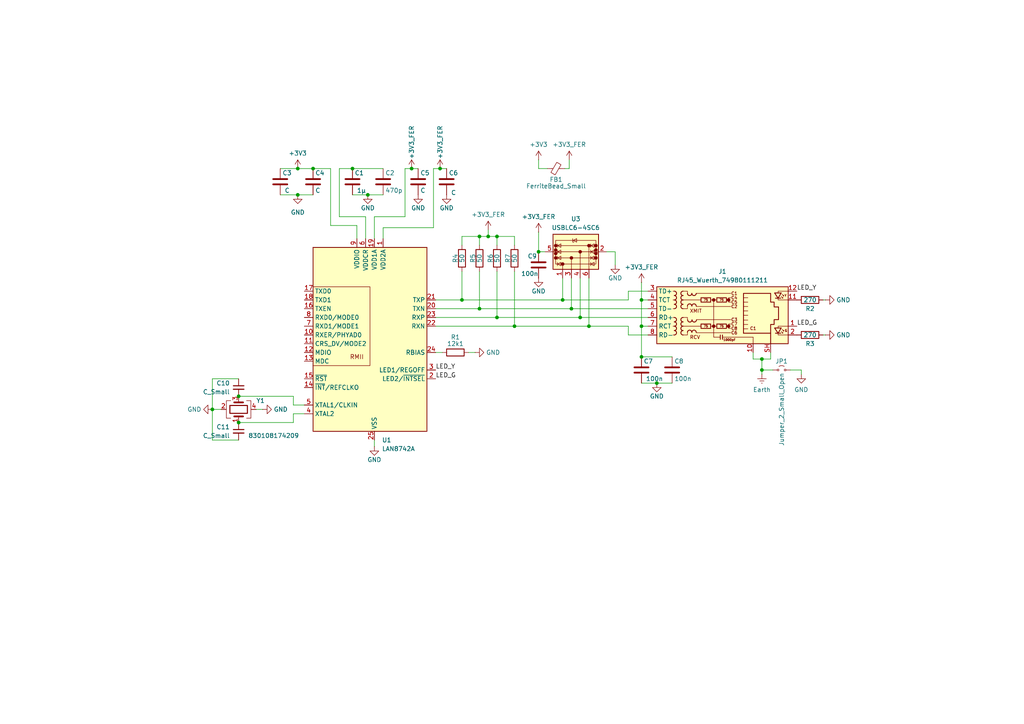
<source format=kicad_sch>
(kicad_sch (version 20231120) (generator "eeschema") (generator_version "8.0")
  (paper "A4")
  (lib_symbols
    (symbol "Connector:RJ45_Wuerth_74980111211"
      (property "Reference" "J" (at 19.05 10.16 0))
      (property "Value" "RJ45_Wuerth_74980111211" (at -6.35 10.16 0))
      (symbol "RJ45_Wuerth_74980111211_0_0"
        (circle (center -1.27 -2.54) (radius 0.0001) (stroke (width 0.508)))
        (circle (center -1.27 5.08) (radius 0.0001) (stroke (width 0.508)))
        (polyline (pts (xy -1.27 5.08) (xy -1.27 -5.715)))
        (polyline (pts (xy 0.635 -5.08) (xy 0.635 -6.35)) (stroke (width 0.254)))
        (polyline (pts (xy 1.27 -5.08) (xy 1.27 -6.35)) (stroke (width 0.254)))
        (polyline (pts (xy 3.048 -2.54) (xy 2.54 -2.54)))
        (polyline (pts (xy 3.048 5.08) (xy 2.54 5.08)))
        (polyline (pts (xy 17.399 -3.048) (xy 17.399 -2.54) (xy 20.32 -2.54)))
        (polyline (pts (xy 17.399 7.112) (xy 17.399 7.62) (xy 20.32 7.62)))
        (polyline (pts (xy 20.32 -5.08) (xy 17.399 -5.08) (xy 17.399 -4.572)))
        (polyline (pts (xy 20.32 5.08) (xy 17.399 5.08) (xy 17.399 5.588)))
        (polyline (pts (xy 3.683 -1.905) (xy 3.048 -1.905) (xy 3.048 -3.175) (xy 3.683 -3.175)))
        (polyline (pts (xy 3.683 5.715) (xy 3.048 5.715) (xy 3.048 4.445) (xy 3.683 4.445)))
        (circle (center 3.048 -2.54) (radius 0.0001) (stroke (width 0.508)))
        (circle (center 3.048 5.08) (radius 0.0001) (stroke (width 0.508)))
        (text "C1" (at 4.699 6.985 0) (effects (font (size 0.889 0.889))))
        (text "C1" (at 10.16 -3.175 0) (effects (font (size 0.889 0.889))))
        (text "C2" (at 4.699 3.175 0) (effects (font (size 0.889 0.889))))
        (text "C3" (at 4.699 -0.635 0) (effects (font (size 0.889 0.889))))
        (text "C4" (at 4.699 5.715 0) (effects (font (size 0.889 0.889))))
        (text "C5" (at 4.699 4.445 0) (effects (font (size 0.889 0.889))))
        (text "C6" (at 4.699 -4.445 0) (effects (font (size 0.889 0.889))))
        (text "C7" (at 4.699 -1.905 0) (effects (font (size 0.889 0.889))))
        (text "C8" (at 4.699 -3.175 0) (effects (font (size 0.889 0.889))))
        (text "RCV" (at -8.255 -5.715 0) (effects (font (size 1.016 1.016)) (justify left)))
        (text "XMIT" (at -8.255 1.905 0) (effects (font (size 1.016 1.016)) (justify left)))
      )
      (symbol "RJ45_Wuerth_74980111211_0_1"
        (rectangle (start -17.78 8.89) (end 20.32 -7.62) (stroke (width 0.254)) (fill (type background)))
        (polyline (pts (xy -12.7 -5.08) (xy -13.081 -5.08)))
        (polyline (pts (xy -12.7 -2.54) (xy -13.081 -2.54)))
        (polyline (pts (xy -12.7 0) (xy -13.081 0)))
        (polyline (pts (xy -12.7 2.54) (xy -13.081 2.54)))
        (polyline (pts (xy -12.7 5.08) (xy -13.081 5.08)))
        (polyline (pts (xy -12.7 7.62) (xy -13.081 7.62)))
        (polyline (pts (xy -6.35 -4.445) (xy 3.683 -4.445)))
        (polyline (pts (xy -6.35 3.175) (xy 3.683 3.175)))
        (polyline (pts (xy -6.35 6.985) (xy 3.683 6.985)))
        (polyline (pts (xy -6.223 -0.635) (xy 3.683 -0.635)))
        (polyline (pts (xy -5.08 -2.54) (xy -10.16 -2.54)))
        (polyline (pts (xy -4.953 5.08) (xy -10.16 5.08)))
        (polyline (pts (xy -2.159 -2.54) (xy -0.381 -2.54)))
        (polyline (pts (xy -2.159 5.08) (xy -0.381 5.08)))
        (polyline (pts (xy 0.635 -5.715) (xy -1.27 -5.715)))
        (polyline (pts (xy 7.366 -2.032) (xy 8.636 -2.032)))
        (polyline (pts (xy 7.366 -0.762) (xy 8.636 -0.762)))
        (polyline (pts (xy 7.366 0.635) (xy 8.636 0.635)))
        (polyline (pts (xy 7.366 1.905) (xy 8.636 1.905)))
        (polyline (pts (xy 7.366 3.175) (xy 8.636 3.175)))
        (polyline (pts (xy 8.636 -3.302) (xy 7.366 -3.302)))
        (polyline (pts (xy 8.636 4.445) (xy 7.366 4.445)))
        (polyline (pts (xy 8.636 5.715) (xy 7.366 5.715)))
        (polyline (pts (xy 10.16 -5.715) (xy 1.27 -5.715)))
        (polyline (pts (xy 10.16 -5.715) (xy 10.16 -7.62)))
        (polyline (pts (xy -10.16 0) (xy -8.89 0) (xy -8.89 -0.635)))
        (polyline (pts (xy -10.16 7.62) (xy -8.89 7.62) (xy -8.89 6.985)))
        (polyline (pts (xy -8.89 -4.445) (xy -8.89 -5.08) (xy -10.16 -5.08)))
        (polyline (pts (xy -8.89 3.175) (xy -8.89 2.54) (xy -10.16 2.54)))
      )
      (symbol "RJ45_Wuerth_74980111211_1_0"
        (text "1000pF" (at 3.302 -6.477 0) (effects (font (size 0.635 0.635))))
      )
      (symbol "RJ45_Wuerth_74980111211_1_1"
        (arc (start -12.7 -1.27) (mid -12.0677 -0.635) (end -12.7 0) (stroke (width 0.254)))
        (arc (start -12.6973 -5.08) (mid -12.065 -4.445) (end -12.6973 -3.81) (stroke (width 0.254)))
        (arc (start -12.6973 -3.81) (mid -12.065 -3.175) (end -12.6973 -2.54) (stroke (width 0.254)))
        (arc (start -12.6973 -2.54) (mid -12.065 -1.905) (end -12.6973 -1.27) (stroke (width 0.254)))
        (arc (start -12.6973 6.35) (mid -12.065 6.985) (end -12.6973 7.62) (stroke (width 0.254)))
        (arc (start -12.6946 2.54) (mid -12.0623 3.175) (end -12.6946 3.81) (stroke (width 0.254)))
        (arc (start -12.6946 3.81) (mid -12.0623 4.445) (end -12.6946 5.08) (stroke (width 0.254)))
        (arc (start -12.6946 5.08) (mid -12.0623 5.715) (end -12.6946 6.35) (stroke (width 0.254)))
        (arc (start -10.1654 -2.54) (mid -10.7977 -3.175) (end -10.1654 -3.81) (stroke (width 0.254)))
        (arc (start -10.1654 -1.27) (mid -10.7977 -1.905) (end -10.1654 -2.54) (stroke (width 0.254)))
        (arc (start -10.1654 0) (mid -10.7977 -0.635) (end -10.1654 -1.27) (stroke (width 0.254)))
        (arc (start -10.1654 5.08) (mid -10.7977 4.445) (end -10.1654 3.81) (stroke (width 0.254)))
        (arc (start -10.1654 6.35) (mid -10.7977 5.715) (end -10.1654 5.08) (stroke (width 0.254)))
        (arc (start -10.1654 7.62) (mid -10.7977 6.985) (end -10.1654 6.35) (stroke (width 0.254)))
        (arc (start -10.1627 -3.81) (mid -10.795 -4.445) (end -10.1627 -5.08) (stroke (width 0.254)))
        (arc (start -10.1627 3.81) (mid -10.795 3.175) (end -10.1627 2.54) (stroke (width 0.254)))
        (arc (start -8.89 6.9823) (mid -8.255 6.35) (end -7.62 6.9823) (stroke (width 0.254)))
        (arc (start -8.8265 -0.7012) (mid -8.1915 -1.3335) (end -7.5565 -0.7012) (stroke (width 0.254)))
        (arc (start -7.62 -4.3153) (mid -8.255 -3.683) (end -8.89 -4.3153) (stroke (width 0.254)))
        (arc (start -7.62 3.3047) (mid -8.255 3.937) (end -8.89 3.3047) (stroke (width 0.254)))
        (arc (start -7.62 6.985) (mid -6.985 6.3527) (end -6.35 6.985) (stroke (width 0.254)))
        (arc (start -7.5565 -0.6985) (mid -6.9215 -1.3308) (end -6.2865 -0.6985) (stroke (width 0.254)))
        (arc (start -6.35 -4.3126) (mid -6.985 -3.6803) (end -7.62 -4.3126) (stroke (width 0.254)))
        (arc (start -6.35 3.3074) (mid -6.985 3.9397) (end -7.62 3.3074) (stroke (width 0.254)))
        (rectangle (start -4.953 -1.905) (end -2.159 -3.175) (stroke (width 0.254)))
        (rectangle (start -4.953 5.715) (end -2.159 4.445) (stroke (width 0.254)))
        (rectangle (start -0.381 -1.905) (end 2.413 -3.175) (stroke (width 0.254)))
        (rectangle (start -0.381 5.715) (end 2.413 4.445) (stroke (width 0.254)))
        (polyline (pts (xy 15.24 -7.62) (xy 15.24 -4.572)) (stroke (width 0.254)))
        (polyline (pts (xy 18.161 -4.572) (xy 16.637 -4.572)) (stroke (width 0.254)))
        (polyline (pts (xy 18.161 5.588) (xy 16.637 5.588)) (stroke (width 0.254)))
        (polyline (pts (xy 18.796 -4.572) (xy 18.796 -4.318)))
        (polyline (pts (xy 18.796 5.588) (xy 18.796 5.842)))
        (polyline (pts (xy 19.05 -3.937) (xy 19.05 -3.683)))
        (polyline (pts (xy 19.05 6.223) (xy 19.05 6.477)))
        (polyline (pts (xy 18.288 -4.064) (xy 18.796 -4.572) (xy 18.542 -4.572)))
        (polyline (pts (xy 18.288 6.096) (xy 18.796 5.588) (xy 18.542 5.588)))
        (polyline (pts (xy 18.542 -3.429) (xy 19.05 -3.937) (xy 18.796 -3.937)))
        (polyline (pts (xy 18.542 6.731) (xy 19.05 6.223) (xy 18.796 6.223)))
        (polyline (pts (xy 18.288 -3.048) (xy 16.383 -3.048) (xy 17.399 -4.572) (xy 18.288 -3.048)) (stroke (width 0.254)))
        (polyline (pts (xy 18.288 7.112) (xy 16.383 7.112) (xy 17.399 5.588) (xy 18.288 7.112)) (stroke (width 0.254)))
        (polyline (pts (xy 7.366 -4.572) (xy 7.366 6.985) (xy 15.24 6.985) (xy 15.24 4.445) (xy 16.256 4.445) (xy 16.256 3.048) (xy 17.526 3.048) (xy 17.526 -0.635) (xy 16.256 -0.635) (xy 16.256 -2.032) (xy 15.24 -2.032) (xy 15.24 -4.572) (xy 7.366 -4.572)) (stroke (width 0.254)))
        (text "75" (at -3.556 -2.54 0) (effects (font (size 0.635 0.635))))
        (text "75" (at -3.556 5.08 0) (effects (font (size 0.635 0.635))))
        (text "75" (at 1.016 -2.54 0) (effects (font (size 0.635 0.635))))
        (text "75" (at 1.016 5.08 0) (effects (font (size 0.635 0.635))))
        (text "G" (at 19.685 -3.81 0) (effects (font (size 0.635 0.635))))
        (text "Y" (at 19.558 6.35 0) (effects (font (size 0.635 0.635))))
        (pin passive line (at 22.86 -2.54 180) (length 2.54) (name "") (number "1"))
        (pin power_in line (at 10.16 -10.16 90) (length 2.54) (name "") (number "10"))
        (pin passive line (at 22.86 5.08 180) (length 2.54) (name "") (number "11"))
        (pin passive line (at 22.86 7.62 180) (length 2.54) (name "") (number "12"))
        (pin passive line (at 22.86 -5.08 180) (length 2.54) (name "") (number "2"))
        (pin passive line (at -20.32 7.62 0) (length 2.54) (name "TD+") (number "3"))
        (pin passive line (at -20.32 5.08 0) (length 2.54) (name "TCT") (number "4"))
        (pin passive line (at -20.32 2.54 0) (length 2.54) (name "TD-") (number "5"))
        (pin passive line (at -20.32 0 0) (length 2.54) (name "RD+") (number "6"))
        (pin passive line (at -20.32 -2.54 0) (length 2.54) (name "RCT") (number "7"))
        (pin passive line (at -20.32 -5.08 0) (length 2.54) (name "RD-") (number "8"))
        (pin no_connect line (at 20.32 0 0) (length 0) hide (name "NC") (number "9"))
        (pin passive line (at 15.24 -10.16 90) (length 2.54) (name "") (number "SH"))
      )
    )
    (symbol "Device:C" (pin_numbers hide) (pin_names (offset 0.254))
      (property "Reference" "C" (at 0.635 2.54 0))
      (property "Value" "C" (at 0.635 -2.54 0))
      (symbol "C_0_1"
        (polyline (pts (xy -2.032 -0.762) (xy 2.032 -0.762)) (stroke (width 0.508)))
        (polyline (pts (xy -2.032 0.762) (xy 2.032 0.762)) (stroke (width 0.508)))
      )
      (symbol "C_1_1"
        (pin passive line (at 0 3.81 270) (length 2.794) (name "~") (number "1"))
        (pin passive line (at 0 -3.81 90) (length 2.794) (name "~") (number "2"))
      )
    )
    (symbol "Device:C_Small" (pin_numbers hide) (pin_names (offset 0.254) hide)
      (property "Reference" "C" (at 0.254 1.778 0))
      (property "Value" "C_Small" (at 0.254 -2.032 0))
      (symbol "C_Small_0_1"
        (polyline (pts (xy -1.524 -0.508) (xy 1.524 -0.508)) (stroke (width 0.3302)))
        (polyline (pts (xy -1.524 0.508) (xy 1.524 0.508)) (stroke (width 0.3048)))
      )
      (symbol "C_Small_1_1"
        (pin passive line (at 0 2.54 270) (length 2.032) (name "~") (number "1"))
        (pin passive line (at 0 -2.54 90) (length 2.032) (name "~") (number "2"))
      )
    )
    (symbol "Device:Crystal_GND24" (pin_names (offset 1.016) hide)
      (property "Reference" "Y" (at 3.175 5.08 0))
      (property "Value" "Crystal_GND24" (at 3.175 3.175 0))
      (symbol "Crystal_GND24_0_1"
        (rectangle (start -1.143 2.54) (end 1.143 -2.54) (stroke (width 0.3048)))
        (polyline (pts (xy -2.54 0) (xy -2.032 0)))
        (polyline (pts (xy -2.032 -1.27) (xy -2.032 1.27)) (stroke (width 0.508)))
        (polyline (pts (xy 0 -3.81) (xy 0 -3.556)))
        (polyline (pts (xy 0 3.556) (xy 0 3.81)))
        (polyline (pts (xy 2.032 -1.27) (xy 2.032 1.27)) (stroke (width 0.508)))
        (polyline (pts (xy 2.032 0) (xy 2.54 0)))
        (polyline (pts (xy -2.54 -2.286) (xy -2.54 -3.556) (xy 2.54 -3.556) (xy 2.54 -2.286)))
        (polyline (pts (xy -2.54 2.286) (xy -2.54 3.556) (xy 2.54 3.556) (xy 2.54 2.286)))
      )
      (symbol "Crystal_GND24_1_1"
        (pin passive line (at -3.81 0 0) (length 1.27) (name "1") (number "1"))
        (pin passive line (at 0 5.08 270) (length 1.27) (name "2") (number "2"))
        (pin passive line (at 3.81 0 180) (length 1.27) (name "3") (number "3"))
        (pin passive line (at 0 -5.08 90) (length 1.27) (name "4") (number "4"))
      )
    )
    (symbol "Device:FerriteBead_Small" (pin_numbers hide) (pin_names (offset 0))
      (property "Reference" "FB" (at 1.905 1.27 0))
      (property "Value" "FerriteBead_Small" (at 1.905 -1.27 0))
      (symbol "FerriteBead_Small_0_1"
        (polyline (pts (xy 0 -1.27) (xy 0 -0.7874)))
        (polyline (pts (xy 0 0.889) (xy 0 1.2954)))
        (polyline (pts (xy -1.8288 0.2794) (xy -1.1176 1.4986) (xy 1.8288 -0.2032) (xy 1.1176 -1.4224) (xy -1.8288 0.2794)))
      )
      (symbol "FerriteBead_Small_1_1"
        (pin passive line (at 0 2.54 270) (length 1.27) (name "~") (number "1"))
        (pin passive line (at 0 -2.54 90) (length 1.27) (name "~") (number "2"))
      )
    )
    (symbol "Device:R" (pin_numbers hide) (pin_names (offset 0))
      (property "Reference" "R" (at 2.032 0 90))
      (property "Value" "R" (at 0 0 90))
      (symbol "R_0_1"
        (rectangle (start -1.016 -2.54) (end 1.016 2.54) (stroke (width 0.254)))
      )
      (symbol "R_1_1"
        (pin passive line (at 0 3.81 270) (length 1.27) (name "~") (number "1"))
        (pin passive line (at 0 -3.81 90) (length 1.27) (name "~") (number "2"))
      )
    )
    (symbol "Interface_Ethernet:LAN8742A"
      (property "Reference" "U" (at -13.97 29.21 0))
      (property "Value" "LAN8742A" (at 15.24 29.21 0))
      (symbol "LAN8742A_0_0"
        (text "RMII" (at -5.08 -3.81 0) (effects (font (size 1.27 1.27))))
      )
      (symbol "LAN8742A_0_1"
        (rectangle (start -17.78 27.94) (end 15.24 -25.4) (stroke (width 0.254)) (fill (type background)))
        (polyline (pts (xy -17.78 -6.35) (xy -1.27 -6.35) (xy -1.27 16.51) (xy -17.78 16.51)))
      )
      (symbol "LAN8742A_1_1"
        (pin power_in line (at 2.54 30.48 270) (length 2.54) (name "VDD2A") (number "1"))
        (pin output line (at -20.32 2.54 0) (length 2.54) (name "RXER/PHYAD0") (number "10"))
        (pin bidirectional line (at -20.32 0 0) (length 2.54) (name "CRS_DV/MODE2") (number "11"))
        (pin bidirectional line (at -20.32 -2.54 0) (length 2.54) (name "MDIO") (number "12"))
        (pin input line (at -20.32 -5.08 0) (length 2.54) (name "MDC") (number "13"))
        (pin output line (at -20.32 -12.7 0) (length 2.54) (name "~{INT}/REFCLKO") (number "14"))
        (pin input line (at -20.32 -10.16 0) (length 2.54) (name "~{RST}") (number "15"))
        (pin input line (at -20.32 10.16 0) (length 2.54) (name "TXEN") (number "16"))
        (pin input line (at -20.32 15.24 0) (length 2.54) (name "TXD0") (number "17"))
        (pin input line (at -20.32 12.7 0) (length 2.54) (name "TXD1") (number "18"))
        (pin power_in line (at 0 30.48 270) (length 2.54) (name "VDD1A") (number "19"))
        (pin bidirectional line (at 17.78 -10.16 180) (length 2.54) (name "LED2/~{INTSEL}") (number "2"))
        (pin passive line (at 17.78 10.16 180) (length 2.54) (name "TXN") (number "20"))
        (pin passive line (at 17.78 12.7 180) (length 2.54) (name "TXP") (number "21"))
        (pin passive line (at 17.78 5.08 180) (length 2.54) (name "RXN") (number "22"))
        (pin passive line (at 17.78 7.62 180) (length 2.54) (name "RXP") (number "23"))
        (pin passive line (at 17.78 -2.54 180) (length 2.54) (name "RBIAS") (number "24"))
        (pin power_in line (at 0 -27.94 90) (length 2.54) (name "VSS") (number "25"))
        (pin bidirectional line (at 17.78 -7.62 180) (length 2.54) (name "LED1/REGOFF") (number "3"))
        (pin output line (at -20.32 -20.32 0) (length 2.54) (name "XTAL2") (number "4"))
        (pin input line (at -20.32 -17.78 0) (length 2.54) (name "XTAL1/CLKIN") (number "5"))
        (pin power_in line (at -2.54 30.48 270) (length 2.54) (name "VDDCR") (number "6"))
        (pin bidirectional line (at -20.32 5.08 0) (length 2.54) (name "RXD1/MODE1") (number "7"))
        (pin bidirectional line (at -20.32 7.62 0) (length 2.54) (name "RXD0/MODE0") (number "8"))
        (pin power_in line (at -5.08 30.48 270) (length 2.54) (name "VDDIO") (number "9"))
      )
    )
    (symbol "Jumper:Jumper_2_Small_Open" (pin_numbers hide) (pin_names (offset 0) hide) (exclude_from_sim yes)
      (property "Reference" "JP" (at 0 2.794 0))
      (property "Value" "Jumper_2_Small_Open" (at 0 -2.286 0))
      (symbol "Jumper_2_Small_Open_0_0"
        (circle (center -1.016 0) (radius 0.254))
        (circle (center 1.016 0) (radius 0.254))
      )
      (symbol "Jumper_2_Small_Open_0_1"
        (arc (start 0.762 1.0196) (mid 0 1.2729) (end -0.762 1.0196))
      )
      (symbol "Jumper_2_Small_Open_1_1"
        (pin passive line (at -2.54 0 0) (length 1.27) (name "A") (number "1"))
        (pin passive line (at 2.54 0 180) (length 1.27) (name "B") (number "2"))
      )
    )
    (symbol "Power_Protection:USBLC6-4SC6" (pin_names hide)
      (property "Reference" "U" (at 1.27 9.525 0))
      (property "Value" "USBLC6-4SC6" (at 1.27 6.985 0))
      (symbol "USBLC6-4SC6_0_0"
        (circle (center -3.556 2.54) (radius 0.0001) (stroke (width 0.508)))
        (circle (center -1.778 -7.112) (radius 0.0001) (stroke (width 0.508)))
        (circle (center -1.778 0) (radius 0.0001) (stroke (width 0.508)))
        (circle (center -1.778 4.572) (radius 0.0001) (stroke (width 0.508)))
        (circle (center -0.508 -7.112) (radius 0.0001) (stroke (width 0.508)))
        (circle (center -0.508 4.572) (radius 0.0001) (stroke (width 0.508)))
        (circle (center 0 -2.54) (radius 0.0001) (stroke (width 0.508)))
        (circle (center 0.508 -7.112) (radius 0.0001) (stroke (width 0.508)))
        (circle (center 0.508 4.572) (radius 0.0001) (stroke (width 0.508)))
        (circle (center 1.778 -7.112) (radius 0.0001) (stroke (width 0.508)))
        (circle (center 1.778 -5.08) (radius 0.0001) (stroke (width 0.508)))
        (circle (center 1.778 4.572) (radius 0.0001) (stroke (width 0.508)))
      )
      (symbol "USBLC6-4SC6_0_1"
        (polyline (pts (xy -5.08 -5.08) (xy 1.778 -5.08)))
        (polyline (pts (xy -5.08 -2.54) (xy 0 -2.54)))
        (polyline (pts (xy -5.08 0) (xy -1.778 0)))
        (polyline (pts (xy -5.08 2.54) (xy -3.556 2.54)))
        (polyline (pts (xy -4.064 -5.588) (xy -3.048 -5.588)))
        (polyline (pts (xy -3.048 4.064) (xy -4.064 4.064)))
        (polyline (pts (xy -2.286 -5.588) (xy -1.27 -5.588)))
        (polyline (pts (xy -2.286 4.064) (xy -1.27 4.064)))
        (polyline (pts (xy -0.508 -5.588) (xy 0.508 -5.588)))
        (polyline (pts (xy 0 5.08) (xy 0.508 4.572)))
        (polyline (pts (xy 0.508 -7.112) (xy -0.508 -7.112)))
        (polyline (pts (xy 0.508 4.064) (xy -0.508 4.064)))
        (polyline (pts (xy 1.27 4.064) (xy 2.286 4.064)))
        (polyline (pts (xy 2.286 -5.588) (xy 1.27 -5.588)))
        (polyline (pts (xy 2.794 -0.762) (xy 2.794 -0.381) (xy 3.81 -0.381)))
        (polyline (pts (xy -4.064 3.048) (xy -3.048 3.048) (xy -3.556 4.064) (xy -4.064 3.048)))
        (polyline (pts (xy -3.048 -6.604) (xy -4.064 -6.604) (xy -3.556 -5.588) (xy -3.048 -6.604)))
        (polyline (pts (xy -1.27 -6.604) (xy -2.286 -6.604) (xy -1.778 -5.588) (xy -1.27 -6.604)))
        (polyline (pts (xy -1.27 3.048) (xy -2.286 3.048) (xy -1.778 4.064) (xy -1.27 3.048)))
        (polyline (pts (xy -0.508 -6.604) (xy 0.508 -6.604) (xy 0 -5.588) (xy -0.508 -6.604)))
        (polyline (pts (xy -0.508 3.048) (xy 0.508 3.048) (xy 0 4.064) (xy -0.508 3.048)))
        (polyline (pts (xy 1.27 -6.604) (xy 2.286 -6.604) (xy 1.778 -5.588) (xy 1.27 -6.604)))
        (polyline (pts (xy 1.778 4.572) (xy 3.302 4.572) (xy 3.302 -7.112) (xy 1.778 -7.112)))
        (polyline (pts (xy 2.286 3.048) (xy 1.27 3.048) (xy 1.778 4.064) (xy 2.286 3.048)))
        (polyline (pts (xy 3.81 -1.524) (xy 2.794 -1.524) (xy 3.302 -0.508) (xy 3.81 -1.524)))
      )
      (symbol "USBLC6-4SC6_1_1"
        (rectangle (start -5.08 5.334) (end 5.08 -7.874) (stroke (width 0.254)) (fill (type background)))
        (polyline (pts (xy -1.778 4.572) (xy -3.556 4.572) (xy -3.556 -7.112) (xy -1.778 -7.112)))
        (polyline (pts (xy -0.508 4.572) (xy 1.778 4.572) (xy 1.778 -7.112) (xy 0.508 -7.112)))
        (polyline (pts (xy 0.508 -7.112) (xy 0 -6.604) (xy 0 4.064) (xy -0.508 4.572)))
        (polyline (pts (xy 0 -7.62) (xy -0.508 -7.112) (xy -1.778 -7.112) (xy -1.778 4.572) (xy -0.508 4.572)))
        (pin passive line (at -7.62 2.54 0) (length 2.54) (name "I/O1") (number "1"))
        (pin passive line (at 0 -10.16 90) (length 2.54) (name "GND") (number "2"))
        (pin passive line (at -7.62 0 0) (length 2.54) (name "I/O2") (number "3"))
        (pin passive line (at -7.62 -2.54 0) (length 2.54) (name "I/O3") (number "4"))
        (pin passive line (at 0 7.62 270) (length 2.54) (name "VBUS") (number "5"))
        (pin passive line (at -7.62 -5.08 0) (length 2.54) (name "I/O4") (number "6"))
      )
    )
    (symbol "power:+3V3" (power) (pin_numbers hide) (pin_names (offset 0) hide)
      (property "Value" "+3V3" (at 0 3.556 0))
      (symbol "+3V3_0_1"
        (polyline (pts (xy -0.762 1.27) (xy 0 2.54)))
        (polyline (pts (xy 0 0) (xy 0 2.54)))
        (polyline (pts (xy 0 2.54) (xy 0.762 1.27)))
      )
      (symbol "+3V3_1_1"
        (pin power_in line (at 0 0 90) (length 0) (name "~") (number "1"))
      )
    )
    (symbol "power:Earth" (power) (pin_numbers hide) (pin_names (offset 0) hide)
      (property "Value" "Earth" (at 0 -3.81 0))
      (symbol "Earth_0_1"
        (polyline (pts (xy -0.635 -1.905) (xy 0.635 -1.905)))
        (polyline (pts (xy -0.127 -2.54) (xy 0.127 -2.54)))
        (polyline (pts (xy 0 -1.27) (xy 0 0)))
        (polyline (pts (xy 1.27 -1.27) (xy -1.27 -1.27)))
      )
      (symbol "Earth_1_1"
        (pin power_in line (at 0 0 270) (length 0) (name "~") (number "1"))
      )
    )
    (symbol "power:GND" (power) (pin_numbers hide) (pin_names (offset 0) hide)
      (property "Value" "GND" (at 0 -3.81 0))
      (symbol "GND_0_1"
        (polyline (pts (xy 0 0) (xy 0 -1.27) (xy 1.27 -1.27) (xy 0 -2.54) (xy -1.27 -1.27) (xy 0 -1.27)))
      )
      (symbol "GND_1_1"
        (pin power_in line (at 0 0 270) (length 0) (name "~") (number "1"))
      )
    )
  )
  (junction (at 220.98 104.14))
  (junction (at 61.595 118.745))
  (junction (at 90.805 48.895))
  (junction (at 186.055 86.995))
  (junction (at 119.38 48.895))
  (junction (at 186.055 94.615))
  (junction (at 170.815 94.615))
  (junction (at 149.225 94.615))
  (junction (at 133.985 86.995))
  (junction (at 86.36 56.515))
  (junction (at 127.635 48.895))
  (junction (at 168.275 92.075))
  (junction (at 144.145 92.075))
  (junction (at 165.735 89.535))
  (junction (at 141.605 68.58))
  (junction (at 220.98 107.315))
  (junction (at 156.21 73.025))
  (junction (at 139.065 89.535))
  (junction (at 190.5 111.125))
  (junction (at 186.055 103.505))
  (junction (at 163.195 86.995))
  (junction (at 69.215 122.555))
  (junction (at 139.065 68.58))
  (junction (at 86.36 48.895))
  (junction (at 144.145 68.58))
  (junction (at 69.215 114.935))
  (junction (at 102.235 48.895))
  (junction (at 106.68 56.515))
  (wire (pts (xy 125.73 48.895) (xy 125.73 66.04)))
  (wire (pts (xy 190.5 111.125) (xy 194.945 111.125)))
  (wire (pts (xy 139.065 68.58) (xy 141.605 68.58)))
  (wire (pts (xy 156.21 73.025) (xy 158.115 73.025)))
  (wire (pts (xy 141.605 68.58) (xy 144.145 68.58)))
  (wire (pts (xy 170.815 80.645) (xy 170.815 94.615)))
  (wire (pts (xy 86.36 48.895) (xy 90.805 48.895)))
  (wire (pts (xy 139.065 78.74) (xy 139.065 89.535)))
  (wire (pts (xy 149.225 78.74) (xy 149.225 94.615)))
  (wire (pts (xy 165.735 89.535) (xy 187.96 89.535)))
  (wire (pts (xy 141.605 66.675) (xy 141.605 68.58)))
  (wire (pts (xy 133.985 71.12) (xy 133.985 68.58)))
  (wire (pts (xy 126.365 94.615) (xy 149.225 94.615)))
  (wire (pts (xy 61.595 109.855) (xy 61.595 118.745)))
  (wire (pts (xy 95.885 65.405) (xy 103.505 65.405)))
  (wire (pts (xy 239.395 86.995) (xy 238.76 86.995)))
  (wire (pts (xy 61.595 118.745) (xy 61.595 127.635)))
  (wire (pts (xy 117.475 62.865) (xy 108.585 62.865)))
  (wire (pts (xy 186.055 94.615) (xy 186.055 103.505)))
  (wire (pts (xy 88.265 117.475) (xy 85.09 117.475)))
  (wire (pts (xy 186.055 81.915) (xy 186.055 86.995)))
  (wire (pts (xy 223.52 102.235) (xy 223.52 104.14)))
  (wire (pts (xy 220.98 107.315) (xy 224.155 107.315)))
  (wire (pts (xy 232.41 108.585) (xy 232.41 107.315)))
  (wire (pts (xy 98.425 48.895) (xy 98.425 62.865)))
  (wire (pts (xy 85.09 117.475) (xy 85.09 114.935)))
  (wire (pts (xy 186.055 86.995) (xy 186.055 94.615)))
  (wire (pts (xy 156.21 48.895) (xy 158.75 48.895)))
  (wire (pts (xy 186.055 111.125) (xy 190.5 111.125)))
  (wire (pts (xy 144.145 92.075) (xy 168.275 92.075)))
  (wire (pts (xy 144.145 78.74) (xy 144.145 92.075)))
  (wire (pts (xy 102.235 56.515) (xy 106.68 56.515)))
  (wire (pts (xy 165.735 80.645) (xy 165.735 89.535)))
  (wire (pts (xy 239.395 97.155) (xy 238.76 97.155)))
  (wire (pts (xy 74.295 118.745) (xy 76.2 118.745)))
  (wire (pts (xy 156.21 46.355) (xy 156.21 48.895)))
  (wire (pts (xy 133.985 86.995) (xy 163.195 86.995)))
  (wire (pts (xy 102.235 48.895) (xy 98.425 48.895)))
  (wire (pts (xy 81.28 48.895) (xy 86.36 48.895)))
  (wire (pts (xy 149.225 68.58) (xy 149.225 71.12)))
  (wire (pts (xy 186.055 103.505) (xy 194.945 103.505)))
  (wire (pts (xy 220.98 107.315) (xy 220.98 108.585)))
  (wire (pts (xy 168.275 92.075) (xy 187.96 92.075)))
  (wire (pts (xy 139.065 89.535) (xy 165.735 89.535)))
  (wire (pts (xy 178.435 76.835) (xy 178.435 73.025)))
  (wire (pts (xy 163.195 86.995) (xy 182.245 86.995)))
  (wire (pts (xy 61.595 127.635) (xy 69.215 127.635)))
  (wire (pts (xy 126.365 89.535) (xy 139.065 89.535)))
  (wire (pts (xy 88.265 120.015) (xy 85.09 120.015)))
  (wire (pts (xy 61.595 118.745) (xy 64.135 118.745)))
  (wire (pts (xy 102.235 48.895) (xy 111.125 48.895)))
  (wire (pts (xy 178.435 73.025) (xy 175.895 73.025)))
  (wire (pts (xy 170.815 94.615) (xy 182.245 94.615)))
  (wire (pts (xy 133.985 78.74) (xy 133.985 86.995)))
  (wire (pts (xy 95.885 48.895) (xy 95.885 65.405)))
  (wire (pts (xy 182.245 84.455) (xy 182.245 86.995)))
  (wire (pts (xy 163.83 48.895) (xy 165.1 48.895)))
  (wire (pts (xy 69.215 109.855) (xy 61.595 109.855)))
  (wire (pts (xy 127.635 48.895) (xy 129.54 48.895)))
  (wire (pts (xy 182.245 94.615) (xy 182.245 97.155)))
  (wire (pts (xy 125.73 48.895) (xy 127.635 48.895)))
  (wire (pts (xy 121.285 48.895) (xy 119.38 48.895)))
  (wire (pts (xy 186.055 94.615) (xy 187.96 94.615)))
  (wire (pts (xy 125.73 66.04) (xy 111.125 66.04)))
  (wire (pts (xy 144.145 68.58) (xy 144.145 71.12)))
  (wire (pts (xy 163.195 80.645) (xy 163.195 86.995)))
  (wire (pts (xy 108.585 127.635) (xy 108.585 129.54)))
  (wire (pts (xy 165.1 46.355) (xy 165.1 48.895)))
  (wire (pts (xy 103.505 65.405) (xy 103.505 69.215)))
  (wire (pts (xy 168.275 80.645) (xy 168.275 92.075)))
  (wire (pts (xy 126.365 92.075) (xy 144.145 92.075)))
  (wire (pts (xy 128.27 102.235) (xy 126.365 102.235)))
  (wire (pts (xy 85.09 120.015) (xy 85.09 122.555)))
  (wire (pts (xy 119.38 48.895) (xy 117.475 48.895)))
  (wire (pts (xy 133.985 86.995) (xy 126.365 86.995)))
  (wire (pts (xy 156.21 67.31) (xy 156.21 73.025)))
  (wire (pts (xy 85.09 114.935) (xy 69.215 114.935)))
  (wire (pts (xy 133.985 68.58) (xy 139.065 68.58)))
  (wire (pts (xy 218.44 104.14) (xy 220.98 104.14)))
  (wire (pts (xy 106.045 62.865) (xy 106.045 69.215)))
  (wire (pts (xy 85.09 122.555) (xy 69.215 122.555)))
  (wire (pts (xy 98.425 62.865) (xy 106.045 62.865)))
  (wire (pts (xy 229.235 107.315) (xy 232.41 107.315)))
  (wire (pts (xy 220.98 104.14) (xy 223.52 104.14)))
  (wire (pts (xy 149.225 94.615) (xy 170.815 94.615)))
  (wire (pts (xy 139.065 68.58) (xy 139.065 71.12)))
  (wire (pts (xy 182.245 84.455) (xy 187.96 84.455)))
  (wire (pts (xy 86.36 56.515) (xy 90.805 56.515)))
  (wire (pts (xy 117.475 48.895) (xy 117.475 62.865)))
  (wire (pts (xy 144.145 68.58) (xy 149.225 68.58)))
  (wire (pts (xy 182.245 97.155) (xy 187.96 97.155)))
  (wire (pts (xy 218.44 102.235) (xy 218.44 104.14)))
  (wire (pts (xy 137.795 102.235) (xy 135.89 102.235)))
  (wire (pts (xy 187.96 86.995) (xy 186.055 86.995)))
  (wire (pts (xy 111.125 66.04) (xy 111.125 69.215)))
  (wire (pts (xy 90.805 48.895) (xy 95.885 48.895)))
  (wire (pts (xy 81.28 56.515) (xy 86.36 56.515)))
  (wire (pts (xy 106.68 56.515) (xy 111.125 56.515)))
  (wire (pts (xy 108.585 62.865) (xy 108.585 69.215)))
  (wire (pts (xy 220.98 104.14) (xy 220.98 107.315)))
  (label "LED_Y" (at 231.14 84.455 0))
  (label "LED_G" (at 231.14 94.615 0))
  (label "LED_Y" (at 126.365 107.315 0))
  (label "LED_G" (at 126.365 109.855 0))
  (symbol (lib_id "power:GND") (at 232.41 108.585 0) (unit 1)
    (property "Reference" "#PWR017" (effects (hide yes)))
    (property "Value" "GND" (at 232.41 113.03 0))
    (property "Description" "Power symbol creates a global label with name \"GND\" , ground" (effects (hide yes)))
  )
  (symbol (lib_id "Device:R") (at 133.985 74.93 180) (unit 1)
    (property "Reference" "R4" (at 132.08 74.93 90))
    (property "Value" "50" (at 133.985 74.93 90))
    (property "Description" "Resistor" (effects (hide yes)))
  )
  (symbol (lib_id "power:GND") (at 108.585 129.54 0) (unit 1)
    (property "Reference" "#PWR07" (effects (hide yes)))
    (property "Value" "GND" (at 108.585 133.35 0))
    (property "Description" "Power symbol creates a global label with name \"GND\" , ground" (effects (hide yes)))
  )
  (symbol (lib_id "Device:C") (at 194.945 107.315 0) (unit 1)
    (property "Reference" "C8" (at 195.58 104.775 0) (effects (justify left)))
    (property "Value" "100n" (at 195.58 109.855 0) (effects (justify left)))
    (property "Description" "Unpolarized capacitor" (effects (hide yes)))
  )
  (symbol (lib_id "Device:Crystal_GND24") (at 69.215 118.745 90) (unit 1)
    (property "Reference" "Y1" (at 75.565 116.205 90))
    (property "Value" "830108174209" (at 79.375 126.365 90))
    (property "Footprint" "Crystal:Crystal_SMD_3225-4Pin_3.2x2.5mm" (effects (hide yes)))
    (property "Datasheet" "https://www.we-online.com/components/products/datasheet/830108174209.pdf" (effects (hide yes)))
    (property "Description" "Four pin crystal, GND on pins 2 and 4" (effects (hide yes)))
  )
  (symbol (lib_id "Interface_Ethernet:LAN8742A") (at 108.585 99.695 0) (unit 1)
    (property "Reference" "U1" (at 110.7791 127.635 0) (effects (justify left)))
    (property "Value" "LAN8742A" (at 110.7791 130.175 0) (effects (justify left)))
    (property "Footprint" "Package_DFN_QFN:VQFN-24-1EP_4x4mm_P0.5mm_EP2.5x2.5mm_ThermalVias" (effects (hide yes)))
    (property "Datasheet" "http://ww1.microchip.com/downloads/en/DeviceDoc/8742a.pdf" (effects (hide yes)))
    (property "Description" "LAN8720 Ethernet PHY with RMII interface, QFN-24" (effects (hide yes)))
  )
  (symbol (lib_id "power:+3V3") (at 86.36 48.895 0) (unit 1)
    (property "Reference" "#PWR08" (effects (hide yes)))
    (property "Value" "+3V3" (at 86.36 44.45 0))
    (property "Description" "Power symbol creates a global label with name \"+3V3\"" (effects (hide yes)))
  )
  (symbol (lib_id "power:+3V3") (at 186.055 81.915 0) (unit 1)
    (property "Reference" "#PWR013" (effects (hide yes)))
    (property "Value" "+3V3_FER" (at 186.055 77.47 0))
    (property "Description" "Power symbol creates a global label with name \"+3V3\"" (effects (hide yes)))
  )
  (symbol (lib_id "power:+3V3") (at 156.21 67.31 0) (unit 1)
    (property "Reference" "#PWR016" (effects (hide yes)))
    (property "Value" "+3V3_FER" (at 156.21 62.865 0))
    (property "Description" "Power symbol creates a global label with name \"+3V3\"" (effects (hide yes)))
  )
  (symbol (lib_id "power:+3V3") (at 141.605 66.675 0) (unit 1)
    (property "Reference" "#PWR015" (effects (hide yes)))
    (property "Value" "+3V3_FER" (at 141.605 62.23 0))
    (property "Description" "Power symbol creates a global label with name \"+3V3\"" (effects (hide yes)))
  )
  (symbol (lib_id "Device:R") (at 132.08 102.235 90) (unit 1)
    (property "Reference" "R1" (at 132.08 97.79 90))
    (property "Value" "12k1" (at 132.08 99.695 90))
    (property "Description" "Resistor" (effects (hide yes)))
  )
  (symbol (lib_id "power:+3V3") (at 156.21 46.355 0) (unit 1)
    (property "Reference" "#PWR011" (effects (hide yes)))
    (property "Value" "+3V3" (at 156.21 41.91 0))
    (property "Description" "Power symbol creates a global label with name \"+3V3\"" (effects (hide yes)))
  )
  (symbol (lib_id "Device:C") (at 81.28 52.705 0) (unit 1)
    (property "Reference" "C3" (at 81.915 50.165 0) (effects (justify left)))
    (property "Value" "C" (at 82.55 55.245 0) (effects (justify left)))
    (property "Description" "Unpolarized capacitor" (effects (hide yes)))
  )
  (symbol (lib_id "power:+3V3") (at 165.1 46.355 0) (unit 1)
    (property "Reference" "#PWR012" (effects (hide yes)))
    (property "Value" "+3V3_FER" (at 165.1 41.91 0))
    (property "Description" "Power symbol creates a global label with name \"+3V3\"" (effects (hide yes)))
  )
  (symbol (lib_id "Device:C_Small") (at 69.215 125.095 0) (mirror y) (unit 1)
    (property "Reference" "C11" (at 66.675 123.8312 0) (effects (justify left)))
    (property "Value" "C_Small" (at 66.675 126.3712 0) (effects (justify left)))
    (property "Description" "Unpolarized capacitor, small symbol" (effects (hide yes)))
  )
  (symbol (lib_id "power:GND") (at 61.595 118.745 270) (unit 1)
    (property "Reference" "#PWR022" (effects (hide yes)))
    (property "Value" "GND" (at 58.42 118.7449 90) (effects (justify right)))
    (property "Description" "Power symbol creates a global label with name \"GND\" , ground" (effects (hide yes)))
  )
  (symbol (lib_id "Device:C") (at 186.055 107.315 0) (unit 1)
    (property "Reference" "C7" (at 186.69 104.775 0) (effects (justify left)))
    (property "Value" "100n" (at 187.325 109.855 0) (effects (justify left)))
    (property "Description" "Unpolarized capacitor" (effects (hide yes)))
  )
  (symbol (lib_id "Device:R") (at 149.225 74.93 180) (unit 1)
    (property "Reference" "R7" (at 147.32 74.93 90))
    (property "Value" "50" (at 149.225 74.93 90))
    (property "Description" "Resistor" (effects (hide yes)))
  )
  (symbol (lib_id "Device:C") (at 90.805 52.705 0) (unit 1)
    (property "Reference" "C4" (at 91.44 50.165 0) (effects (justify left)))
    (property "Value" "C" (at 91.44 55.245 0) (effects (justify left)))
    (property "Description" "Unpolarized capacitor" (effects (hide yes)))
  )
  (symbol (lib_id "Device:R") (at 234.95 86.995 90) (unit 1)
    (property "Reference" "R2" (at 234.95 89.535 90))
    (property "Value" "270" (at 234.95 86.995 90))
    (property "Description" "Resistor" (effects (hide yes)))
  )
  (symbol (lib_id "power:GND") (at 239.395 97.155 90) (unit 1)
    (property "Reference" "#PWR010" (effects (hide yes)))
    (property "Value" "GND" (at 242.57 97.1549 90) (effects (justify right)))
    (property "Description" "Power symbol creates a global label with name \"GND\" , ground" (effects (hide yes)))
  )
  (symbol (lib_id "Device:C_Small") (at 69.215 112.395 0) (mirror y) (unit 1)
    (property "Reference" "C10" (at 66.675 111.1312 0) (effects (justify left)))
    (property "Value" "C_Small" (at 66.675 113.6712 0) (effects (justify left)))
    (property "Description" "Unpolarized capacitor, small symbol" (effects (hide yes)))
  )
  (symbol (lib_id "power:GND") (at 178.435 76.835 0) (unit 1)
    (property "Reference" "#PWR018" (effects (hide yes)))
    (property "Value" "GND" (at 178.435 80.645 0))
    (property "Description" "Power symbol creates a global label with name \"GND\" , ground" (effects (hide yes)))
  )
  (symbol (lib_id "Device:R") (at 234.95 97.155 90) (unit 1)
    (property "Reference" "R3" (at 234.95 99.695 90))
    (property "Value" "270" (at 234.95 97.155 90))
    (property "Description" "Resistor" (effects (hide yes)))
  )
  (symbol (lib_id "power:GND") (at 190.5 111.125 0) (unit 1)
    (property "Reference" "#PWR014" (effects (hide yes)))
    (property "Value" "GND" (at 190.5 114.935 0))
    (property "Description" "Power symbol creates a global label with name \"GND\" , ground" (effects (hide yes)))
  )
  (symbol (lib_id "Device:C") (at 111.125 52.705 0) (unit 1)
    (property "Reference" "C2" (at 111.76 50.165 0) (effects (justify left)))
    (property "Value" "470p" (at 111.76 55.245 0) (effects (justify left)))
    (property "Description" "Unpolarized capacitor" (effects (hide yes)))
  )
  (symbol (lib_id "power:GND") (at 156.21 80.645 0) (unit 1)
    (property "Reference" "#PWR019" (effects (hide yes)))
    (property "Value" "GND" (at 156.21 84.455 0))
    (property "Description" "Power symbol creates a global label with name \"GND\" , ground" (effects (hide yes)))
  )
  (symbol (lib_id "Connector:RJ45_Wuerth_74980111211") (at 208.28 92.075 0) (unit 1)
    (property "Reference" "J1" (at 209.55 78.74 0))
    (property "Value" "RJ45_Wuerth_74980111211" (at 209.55 81.28 0))
    (property "Footprint" "Connector_RJ:RJ45_Wuerth_74980111211_Horizontal" (effects (hide yes)))
    (property "Datasheet" "https://www.we-online.de/katalog/datasheet/74980111211.pdf" (effects (hide yes)))
    (property "Description" "LAN Transformer Jack, RJ45, 10/100 BaseT" (effects (hide yes)))
  )
  (symbol (lib_id "Power_Protection:USBLC6-4SC6") (at 165.735 73.025 90) (unit 1)
    (property "Reference" "U3" (at 167.005 63.5 90))
    (property "Value" "USBLC6-4SC6" (at 167.005 66.04 90))
    (property "Footprint" "Package_TO_SOT_SMD:SOT-23-6" (effects (hide yes)))
    (property "Datasheet" "https://www.st.com/resource/en/datasheet/usblc6-4.pdf" (effects (hide yes)))
    (property "Description" "Very low capacitance ESD protection diode, 4 data-line, SOT-23-6" (effects (hide yes)))
  )
  (symbol (lib_id "power:GND") (at 121.285 56.515 0) (unit 1)
    (property "Reference" "#PWR04" (effects (hide yes)))
    (property "Value" "GND" (at 121.285 60.325 0))
    (property "Description" "Power symbol creates a global label with name \"GND\" , ground" (effects (hide yes)))
  )
  (symbol (lib_id "power:GND") (at 129.54 56.515 0) (unit 1)
    (property "Reference" "#PWR05" (effects (hide yes)))
    (property "Value" "GND" (at 129.54 60.325 0))
    (property "Description" "Power symbol creates a global label with name \"GND\" , ground" (effects (hide yes)))
  )
  (symbol (lib_id "power:GND") (at 76.2 118.745 90) (unit 1)
    (property "Reference" "#PWR023" (effects (hide yes)))
    (property "Value" "GND" (at 79.375 118.7449 90) (effects (justify right)))
    (property "Description" "Power symbol creates a global label with name \"GND\" , ground" (effects (hide yes)))
  )
  (symbol (lib_id "power:+3V3") (at 119.38 48.895 0) (unit 1)
    (property "Reference" "#PWR020" (effects (hide yes)))
    (property "Value" "+3V3_FER" (at 119.38 41.275 90))
    (property "Description" "Power symbol creates a global label with name \"+3V3\"" (effects (hide yes)))
  )
  (symbol (lib_id "power:GND") (at 86.36 56.515 0) (unit 1)
    (property "Reference" "#PWR03" (effects (hide yes)))
    (property "Value" "GND" (at 86.36 61.595 0))
    (property "Description" "Power symbol creates a global label with name \"GND\" , ground" (effects (hide yes)))
  )
  (symbol (lib_id "power:GND") (at 137.795 102.235 90) (unit 1)
    (property "Reference" "#PWR02" (effects (hide yes)))
    (property "Value" "GND" (at 140.97 102.2349 90) (effects (justify right)))
    (property "Description" "Power symbol creates a global label with name \"GND\" , ground" (effects (hide yes)))
  )
  (symbol (lib_id "Jumper:Jumper_2_Small_Open") (at 226.695 107.315 0) (unit 1) (exclude_from_sim yes)
    (property "Reference" "JP1" (at 226.695 104.775 0))
    (property "Value" "Jumper_2_Small_Open" (at 226.695 118.745 90))
    (property "Description" "Jumper, 2-pole, small symbol, open" (effects (hide yes)))
  )
  (symbol (lib_id "Device:R") (at 144.145 74.93 180) (unit 1)
    (property "Reference" "R6" (at 142.24 74.93 90))
    (property "Value" "50" (at 144.145 74.93 90))
    (property "Description" "Resistor" (effects (hide yes)))
  )
  (symbol (lib_id "power:Earth") (at 220.98 108.585 0) (unit 1)
    (property "Reference" "#PWR01" (effects (hide yes)))
    (property "Value" "Earth" (at 220.98 113.03 0))
    (property "Description" "Power symbol creates a global label with name \"Earth\"" (effects (hide yes)))
  )
  (symbol (lib_id "Device:C") (at 129.54 52.705 0) (unit 1)
    (property "Reference" "C6" (at 130.175 50.165 0) (effects (justify left)))
    (property "Value" "C" (at 130.81 55.88 0) (effects (justify left)))
    (property "Description" "Unpolarized capacitor" (effects (hide yes)))
  )
  (symbol (lib_id "Device:C") (at 121.285 52.705 0) (unit 1)
    (property "Reference" "C5" (at 121.92 50.165 0) (effects (justify left)))
    (property "Value" "C" (at 121.92 55.245 0) (effects (justify left)))
    (property "Description" "Unpolarized capacitor" (effects (hide yes)))
  )
  (symbol (lib_id "power:GND") (at 106.68 56.515 0) (unit 1)
    (property "Reference" "#PWR06" (effects (hide yes)))
    (property "Value" "GND" (at 106.68 60.325 0))
    (property "Description" "Power symbol creates a global label with name \"GND\" , ground" (effects (hide yes)))
  )
  (symbol (lib_id "Device:C") (at 156.21 76.835 0) (unit 1)
    (property "Reference" "C9" (at 153.035 74.295 0) (effects (justify left)))
    (property "Value" "100n" (at 151.13 79.375 0) (effects (justify left)))
    (property "Description" "Unpolarized capacitor" (effects (hide yes)))
  )
  (symbol (lib_id "Device:C") (at 102.235 52.705 0) (unit 1)
    (property "Reference" "C1" (at 102.87 50.165 0) (effects (justify left)))
    (property "Value" "1µ" (at 103.505 55.245 0) (effects (justify left)))
    (property "Description" "Unpolarized capacitor" (effects (hide yes)))
  )
  (symbol (lib_id "power:GND") (at 239.395 86.995 90) (unit 1)
    (property "Reference" "#PWR09" (effects (hide yes)))
    (property "Value" "GND" (at 242.57 86.9949 90) (effects (justify right)))
    (property "Description" "Power symbol creates a global label with name \"GND\" , ground" (effects (hide yes)))
  )
  (symbol (lib_id "Device:R") (at 139.065 74.93 180) (unit 1)
    (property "Reference" "R5" (at 137.16 74.93 90))
    (property "Value" "50" (at 139.065 74.93 90))
    (property "Description" "Resistor" (effects (hide yes)))
  )
  (symbol (lib_id "Device:FerriteBead_Small") (at 161.29 48.895 90) (unit 1)
    (property "Reference" "FB1" (at 161.29 52.07 90))
    (property "Value" "FerriteBead_Small" (at 161.29 53.975 90))
    (property "Description" "Ferrite bead, small symbol" (effects (hide yes)))
  )
  (symbol (lib_id "power:+3V3") (at 127.635 48.895 0) (unit 1)
    (property "Reference" "#PWR021" (effects (hide yes)))
    (property "Value" "+3V3_FER" (at 127.635 41.275 90))
    (property "Description" "Power symbol creates a global label with name \"+3V3\"" (effects (hide yes)))
  )
)
</source>
